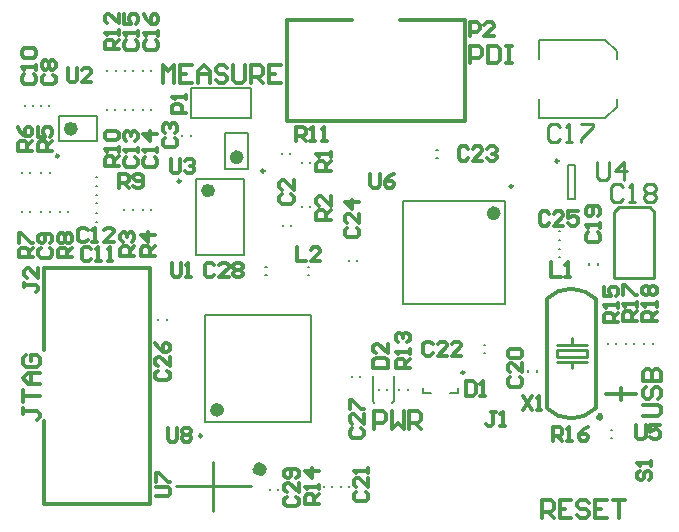
<source format=gto>
%FSLAX25Y25*%
%MOIN*%
G70*
G01*
G75*
G04 Layer_Color=65535*
%ADD10R,0.03543X0.04724*%
%ADD11R,0.07087X0.01063*%
%ADD12R,0.04724X0.03543*%
%ADD13R,0.01693X0.07087*%
%ADD14R,0.04331X0.05906*%
%ADD15R,0.06890X0.05512*%
%ADD16R,0.01969X0.09843*%
%ADD17R,0.07874X0.09843*%
%ADD18R,0.07874X0.11811*%
%ADD19R,0.03150X0.07087*%
%ADD20R,0.06890X0.02165*%
%ADD21R,0.02165X0.06890*%
%ADD22R,0.02165X0.09843*%
%ADD23R,0.09843X0.02165*%
%ADD24R,0.09843X0.06299*%
%ADD25R,0.08268X0.01575*%
%ADD26R,0.08661X0.07874*%
%ADD27R,0.03937X0.02362*%
%ADD28R,0.15748X0.11024*%
%ADD29C,0.01969*%
%ADD30C,0.07874*%
%ADD31C,0.03937*%
%ADD32C,0.01575*%
%ADD33C,0.02953*%
%ADD34C,0.00984*%
%ADD35C,0.03150*%
%ADD36C,0.05906*%
%ADD37C,0.01181*%
%ADD38R,0.05906X0.16339*%
%ADD39R,0.06221X0.09764*%
%ADD40R,0.07677X0.05827*%
%ADD41R,0.07559X0.04646*%
%ADD42R,0.08268X0.06732*%
%ADD43R,0.07323X0.04764*%
%ADD44R,0.08307X0.06654*%
%ADD45R,0.07126X0.03071*%
%ADD46R,0.07126X0.02992*%
%ADD47R,0.07087X0.03543*%
%ADD48R,0.03228X0.07126*%
%ADD49C,0.08032*%
%ADD50R,0.08032X0.08032*%
%ADD51R,0.05906X0.05906*%
%ADD52C,0.05906*%
%ADD53C,0.03543*%
%ADD54C,0.07087*%
%ADD55C,0.02362*%
%ADD56R,0.06299X0.02362*%
%ADD57R,0.09488X0.23622*%
%ADD58R,0.07874X0.08661*%
%ADD59C,0.02362*%
%ADD60C,0.00787*%
%ADD61C,0.01000*%
D31*
X85213Y20205D02*
G03*
X85213Y20205I-394J0D01*
G01*
D34*
X86437Y119646D02*
G03*
X86437Y119646I-492J0D01*
G01*
X17894Y124626D02*
G03*
X17894Y124626I-492J0D01*
G01*
X153091Y52441D02*
G03*
X153091Y52441I-492J0D01*
G01*
X169173Y114469D02*
G03*
X169173Y114469I-492J0D01*
G01*
X65626Y31319D02*
G03*
X65626Y31319I-492J0D01*
G01*
X58524Y116260D02*
G03*
X58524Y116260I-492J0D01*
G01*
X184445Y122913D02*
G03*
X184445Y122913I-492J0D01*
G01*
D37*
X198823Y37642D02*
G03*
X198823Y37642I-707J0D01*
G01*
X196858Y76992D02*
G03*
X180590Y76992I-8134J-8134D01*
G01*
Y40516D02*
G03*
X196858Y40516I8134J8134D01*
G01*
X12913Y8622D02*
X48346D01*
X12913Y87362D02*
X48346D01*
Y8622D02*
Y87362D01*
X12913Y67677D02*
Y87362D01*
Y8622D02*
Y28307D01*
Y59803D02*
Y67677D01*
Y28307D02*
Y36181D01*
X94134Y136417D02*
Y169882D01*
X153189Y136417D02*
Y169882D01*
X94134Y136417D02*
X153189D01*
X131535Y169882D02*
X153189D01*
X94134D02*
X115787D01*
X200323Y45142D02*
X210323D01*
X205323Y43142D02*
Y47142D01*
X196858Y40516D02*
Y76992D01*
X180590Y40516D02*
Y76992D01*
X172480Y44605D02*
X175629Y39882D01*
Y44605D02*
X172480Y39882D01*
X177203D02*
X178778D01*
X177990D01*
Y44605D01*
X177203Y43818D01*
X54252Y34093D02*
Y30157D01*
X55039Y29370D01*
X56613D01*
X57401Y30157D01*
Y34093D01*
X58975Y33306D02*
X59762Y34093D01*
X61336D01*
X62123Y33306D01*
Y32519D01*
X61336Y31732D01*
X62123Y30944D01*
Y30157D01*
X61336Y29370D01*
X59762D01*
X58975Y30157D01*
Y30944D01*
X59762Y31732D01*
X58975Y32519D01*
Y33306D01*
X59762Y31732D02*
X61336D01*
X50395Y11142D02*
X54331D01*
X55118Y11929D01*
Y13503D01*
X54331Y14290D01*
X50395D01*
Y15865D02*
Y19013D01*
X51182D01*
X54331Y15865D01*
X55118D01*
X121811Y118739D02*
Y114803D01*
X122598Y114016D01*
X124172D01*
X124960Y114803D01*
Y118739D01*
X129683D02*
X128108Y117952D01*
X126534Y116377D01*
Y114803D01*
X127321Y114016D01*
X128895D01*
X129683Y114803D01*
Y115590D01*
X128895Y116377D01*
X126534D01*
X210354Y35038D02*
Y31102D01*
X211141Y30315D01*
X212716D01*
X213503Y31102D01*
Y35038D01*
X218226D02*
X215077D01*
Y32676D01*
X216652Y33463D01*
X217439D01*
X218226Y32676D01*
Y31102D01*
X217439Y30315D01*
X215864D01*
X215077Y31102D01*
X55197Y123620D02*
Y119685D01*
X55984Y118898D01*
X57558D01*
X58345Y119685D01*
Y123620D01*
X59920Y122833D02*
X60707Y123620D01*
X62281D01*
X63068Y122833D01*
Y122046D01*
X62281Y121259D01*
X61494D01*
X62281D01*
X63068Y120472D01*
Y119685D01*
X62281Y118898D01*
X60707D01*
X59920Y119685D01*
X20866Y154014D02*
Y150078D01*
X21653Y149291D01*
X23228D01*
X24015Y150078D01*
Y154014D01*
X28738Y149291D02*
X25589D01*
X28738Y152440D01*
Y153227D01*
X27951Y154014D01*
X26376D01*
X25589Y153227D01*
X55590Y89093D02*
Y85157D01*
X56378Y84370D01*
X57952D01*
X58739Y85157D01*
Y89093D01*
X60313Y84370D02*
X61888D01*
X61101D01*
Y89093D01*
X60313Y88306D01*
X211537Y19763D02*
X210750Y18976D01*
Y17401D01*
X211537Y16614D01*
X212324D01*
X213111Y17401D01*
Y18976D01*
X213898Y19763D01*
X214685D01*
X215472Y18976D01*
Y17401D01*
X214685Y16614D01*
X215472Y21337D02*
Y22911D01*
Y22124D01*
X210750D01*
X211537Y21337D01*
X217165Y69606D02*
X212442D01*
Y71968D01*
X213230Y72755D01*
X214804D01*
X215591Y71968D01*
Y69606D01*
Y71181D02*
X217165Y72755D01*
Y74329D02*
Y75903D01*
Y75116D01*
X212442D01*
X213230Y74329D01*
Y78265D02*
X212442Y79052D01*
Y80626D01*
X213230Y81414D01*
X214017D01*
X214804Y80626D01*
X215591Y81414D01*
X216378D01*
X217165Y80626D01*
Y79052D01*
X216378Y78265D01*
X215591D01*
X214804Y79052D01*
X214017Y78265D01*
X213230D01*
X214804Y79052D02*
Y80626D01*
X210630Y69653D02*
X205907D01*
Y72015D01*
X206694Y72802D01*
X208268D01*
X209056Y72015D01*
Y69653D01*
Y71228D02*
X210630Y72802D01*
Y74376D02*
Y75951D01*
Y75164D01*
X205907D01*
X206694Y74376D01*
X205907Y78312D02*
Y81461D01*
X206694D01*
X209843Y78312D01*
X210630D01*
X182598Y29685D02*
Y34408D01*
X184960D01*
X185747Y33621D01*
Y32046D01*
X184960Y31259D01*
X182598D01*
X184173D02*
X185747Y29685D01*
X187321D02*
X188896D01*
X188108D01*
Y34408D01*
X187321Y33621D01*
X194406Y34408D02*
X192831Y33621D01*
X191257Y32046D01*
Y30472D01*
X192044Y29685D01*
X193619D01*
X194406Y30472D01*
Y31259D01*
X193619Y32046D01*
X191257D01*
X204409Y69291D02*
X199687D01*
Y71653D01*
X200474Y72440D01*
X202048D01*
X202835Y71653D01*
Y69291D01*
Y70866D02*
X204409Y72440D01*
Y74014D02*
Y75589D01*
Y74801D01*
X199687D01*
X200474Y74014D01*
X199687Y81099D02*
Y77950D01*
X202048D01*
X201261Y79524D01*
Y80311D01*
X202048Y81099D01*
X203622D01*
X204409Y80311D01*
Y78737D01*
X203622Y77950D01*
X104567Y8740D02*
X99844D01*
Y11102D01*
X100631Y11889D01*
X102206D01*
X102993Y11102D01*
Y8740D01*
Y10314D02*
X104567Y11889D01*
Y13463D02*
Y15037D01*
Y14250D01*
X99844D01*
X100631Y13463D01*
X104567Y19760D02*
X99844D01*
X102206Y17399D01*
Y20547D01*
X134921Y53819D02*
X130198D01*
Y56180D01*
X130985Y56968D01*
X132560D01*
X133347Y56180D01*
Y53819D01*
Y55393D02*
X134921Y56968D01*
Y58542D02*
Y60116D01*
Y59329D01*
X130198D01*
X130985Y58542D01*
Y62477D02*
X130198Y63265D01*
Y64839D01*
X130985Y65626D01*
X131773D01*
X132560Y64839D01*
Y64052D01*
Y64839D01*
X133347Y65626D01*
X134134D01*
X134921Y64839D01*
Y63265D01*
X134134Y62477D01*
X37874Y160197D02*
X33151D01*
Y162558D01*
X33938Y163345D01*
X35513D01*
X36300Y162558D01*
Y160197D01*
Y161771D02*
X37874Y163345D01*
Y164920D02*
Y166494D01*
Y165707D01*
X33151D01*
X33938Y164920D01*
X37874Y172004D02*
Y168856D01*
X34725Y172004D01*
X33938D01*
X33151Y171217D01*
Y169643D01*
X33938Y168856D01*
X97008Y129646D02*
Y134369D01*
X99369D01*
X100156Y133581D01*
Y132007D01*
X99369Y131220D01*
X97008D01*
X98582D02*
X100156Y129646D01*
X101731D02*
X103305D01*
X102518D01*
Y134369D01*
X101731Y133581D01*
X105666Y129646D02*
X107241D01*
X106454D01*
Y134369D01*
X105666Y133581D01*
X37874Y121299D02*
X33151D01*
Y123661D01*
X33938Y124448D01*
X35513D01*
X36300Y123661D01*
Y121299D01*
Y122873D02*
X37874Y124448D01*
Y126022D02*
Y127596D01*
Y126809D01*
X33151D01*
X33938Y126022D01*
Y129958D02*
X33151Y130745D01*
Y132319D01*
X33938Y133106D01*
X37087D01*
X37874Y132319D01*
Y130745D01*
X37087Y129958D01*
X33938D01*
X38032Y113976D02*
Y118699D01*
X40393D01*
X41180Y117912D01*
Y116338D01*
X40393Y115551D01*
X38032D01*
X39606D02*
X41180Y113976D01*
X42754Y114763D02*
X43541Y113976D01*
X45116D01*
X45903Y114763D01*
Y117912D01*
X45116Y118699D01*
X43541D01*
X42754Y117912D01*
Y117125D01*
X43541Y116338D01*
X45903D01*
X22362Y90905D02*
X17639D01*
Y93267D01*
X18426Y94054D01*
X20001D01*
X20788Y93267D01*
Y90905D01*
Y92480D02*
X22362Y94054D01*
X18426Y95628D02*
X17639Y96416D01*
Y97990D01*
X18426Y98777D01*
X19214D01*
X20001Y97990D01*
X20788Y98777D01*
X21575D01*
X22362Y97990D01*
Y96416D01*
X21575Y95628D01*
X20788D01*
X20001Y96416D01*
X19214Y95628D01*
X18426D01*
X20001Y96416D02*
Y97990D01*
X9409Y90905D02*
X4687D01*
Y93267D01*
X5474Y94054D01*
X7048D01*
X7835Y93267D01*
Y90905D01*
Y92480D02*
X9409Y94054D01*
X4687Y95628D02*
Y98777D01*
X5474D01*
X8622Y95628D01*
X9409D01*
X9016Y126417D02*
X4293D01*
Y128779D01*
X5080Y129566D01*
X6654D01*
X7441Y128779D01*
Y126417D01*
Y127992D02*
X9016Y129566D01*
X4293Y134289D02*
X5080Y132714D01*
X6654Y131140D01*
X8229D01*
X9016Y131927D01*
Y133502D01*
X8229Y134289D01*
X7441D01*
X6654Y133502D01*
Y131140D01*
X15669Y126299D02*
X10946D01*
Y128661D01*
X11733Y129448D01*
X13308D01*
X14095Y128661D01*
Y126299D01*
Y127874D02*
X15669Y129448D01*
X10946Y134171D02*
Y131022D01*
X13308D01*
X12521Y132596D01*
Y133384D01*
X13308Y134171D01*
X14882D01*
X15669Y133384D01*
Y131809D01*
X14882Y131022D01*
X49921Y91339D02*
X45198D01*
Y93700D01*
X45985Y94487D01*
X47560D01*
X48347Y93700D01*
Y91339D01*
Y92913D02*
X49921Y94487D01*
Y98423D02*
X45198D01*
X47560Y96061D01*
Y99210D01*
X43110Y91339D02*
X38387D01*
Y93700D01*
X39175Y94487D01*
X40749D01*
X41536Y93700D01*
Y91339D01*
Y92913D02*
X43110Y94487D01*
X39175Y96061D02*
X38387Y96849D01*
Y98423D01*
X39175Y99210D01*
X39962D01*
X40749Y98423D01*
Y97636D01*
Y98423D01*
X41536Y99210D01*
X42323D01*
X43110Y98423D01*
Y96849D01*
X42323Y96061D01*
X155079Y164449D02*
Y169172D01*
X157440D01*
X158227Y168385D01*
Y166810D01*
X157440Y166023D01*
X155079D01*
X162950Y164449D02*
X159802D01*
X162950Y167597D01*
Y168385D01*
X162163Y169172D01*
X160589D01*
X159802Y168385D01*
X60433Y138779D02*
X55710D01*
Y141141D01*
X56497Y141928D01*
X58072D01*
X58859Y141141D01*
Y138779D01*
X60433Y143502D02*
Y145077D01*
Y144290D01*
X55710D01*
X56497Y143502D01*
X97244Y94211D02*
Y89488D01*
X100393D01*
X105116D02*
X101967D01*
X105116Y92637D01*
Y93424D01*
X104328Y94211D01*
X102754D01*
X101967Y93424D01*
X182008Y89132D02*
Y84409D01*
X185157D01*
X186731D02*
X188305D01*
X187518D01*
Y89132D01*
X186731Y88345D01*
X6380Y82440D02*
Y80866D01*
Y81653D01*
X10315D01*
X11102Y80866D01*
Y80079D01*
X10315Y79291D01*
X11102Y87163D02*
Y84014D01*
X7954Y87163D01*
X7167D01*
X6380Y86376D01*
Y84801D01*
X7167Y84014D01*
X163503Y39369D02*
X161929D01*
X162716D01*
Y35433D01*
X161929Y34646D01*
X161142D01*
X160354Y35433D01*
X165077Y34646D02*
X166651D01*
X165864D01*
Y39369D01*
X165077Y38581D01*
X122797Y54094D02*
X127520D01*
Y56456D01*
X126733Y57243D01*
X123584D01*
X122797Y56456D01*
Y54094D01*
X127520Y61966D02*
Y58817D01*
X124371Y61966D01*
X123584D01*
X122797Y61179D01*
Y59605D01*
X123584Y58817D01*
X153701Y49487D02*
Y44764D01*
X156062D01*
X156849Y45551D01*
Y48700D01*
X156062Y49487D01*
X153701D01*
X158424Y44764D02*
X159998D01*
X159211D01*
Y49487D01*
X158424Y48700D01*
X93899Y10983D02*
X93112Y10196D01*
Y8622D01*
X93899Y7835D01*
X97048D01*
X97835Y8622D01*
Y10196D01*
X97048Y10983D01*
X97835Y15706D02*
Y12558D01*
X94686Y15706D01*
X93899D01*
X93112Y14919D01*
Y13345D01*
X93899Y12558D01*
X97048Y17280D02*
X97835Y18067D01*
Y19642D01*
X97048Y20429D01*
X93899D01*
X93112Y19642D01*
Y18067D01*
X93899Y17280D01*
X94686D01*
X95473Y18067D01*
Y20429D01*
X69786Y88129D02*
X68999Y88916D01*
X67425D01*
X66638Y88129D01*
Y84980D01*
X67425Y84193D01*
X68999D01*
X69786Y84980D01*
X74509Y84193D02*
X71361D01*
X74509Y87341D01*
Y88129D01*
X73722Y88916D01*
X72148D01*
X71361Y88129D01*
X76083D02*
X76871Y88916D01*
X78445D01*
X79232Y88129D01*
Y87341D01*
X78445Y86554D01*
X79232Y85767D01*
Y84980D01*
X78445Y84193D01*
X76871D01*
X76083Y84980D01*
Y85767D01*
X76871Y86554D01*
X76083Y87341D01*
Y88129D01*
X76871Y86554D02*
X78445D01*
X115631Y33857D02*
X114844Y33070D01*
Y31496D01*
X115631Y30709D01*
X118780D01*
X119567Y31496D01*
Y33070D01*
X118780Y33857D01*
X119567Y38580D02*
Y35432D01*
X116418Y38580D01*
X115631D01*
X114844Y37793D01*
Y36219D01*
X115631Y35432D01*
X114844Y40154D02*
Y43303D01*
X115631D01*
X118780Y40154D01*
X119567D01*
X50907Y52991D02*
X50120Y52204D01*
Y50630D01*
X50907Y49843D01*
X54055D01*
X54843Y50630D01*
Y52204D01*
X54055Y52991D01*
X54843Y57714D02*
Y54565D01*
X51694Y57714D01*
X50907D01*
X50120Y56927D01*
Y55352D01*
X50907Y54565D01*
X50120Y62437D02*
X50907Y60863D01*
X52481Y59288D01*
X54055D01*
X54843Y60075D01*
Y61650D01*
X54055Y62437D01*
X53268D01*
X52481Y61650D01*
Y59288D01*
X181416Y105353D02*
X180629Y106140D01*
X179055D01*
X178268Y105353D01*
Y102205D01*
X179055Y101417D01*
X180629D01*
X181416Y102205D01*
X186139Y101417D02*
X182991D01*
X186139Y104566D01*
Y105353D01*
X185352Y106140D01*
X183778D01*
X182991Y105353D01*
X190862Y106140D02*
X187714D01*
Y103779D01*
X189288Y104566D01*
X190075D01*
X190862Y103779D01*
Y102205D01*
X190075Y101417D01*
X188501D01*
X187714Y102205D01*
X114135Y100629D02*
X113348Y99842D01*
Y98268D01*
X114135Y97480D01*
X117284D01*
X118071Y98268D01*
Y99842D01*
X117284Y100629D01*
X118071Y105352D02*
Y102203D01*
X114922Y105352D01*
X114135D01*
X113348Y104565D01*
Y102990D01*
X114135Y102203D01*
X118071Y109288D02*
X113348D01*
X115709Y106926D01*
Y110075D01*
X154408Y127007D02*
X153621Y127794D01*
X152047D01*
X151260Y127007D01*
Y123858D01*
X152047Y123071D01*
X153621D01*
X154408Y123858D01*
X159131Y123071D02*
X155983D01*
X159131Y126219D01*
Y127007D01*
X158344Y127794D01*
X156770D01*
X155983Y127007D01*
X160706D02*
X161493Y127794D01*
X163067D01*
X163854Y127007D01*
Y126219D01*
X163067Y125432D01*
X162280D01*
X163067D01*
X163854Y124645D01*
Y123858D01*
X163067Y123071D01*
X161493D01*
X160706Y123858D01*
X142597Y61967D02*
X141810Y62754D01*
X140236D01*
X139449Y61967D01*
Y58819D01*
X140236Y58031D01*
X141810D01*
X142597Y58819D01*
X147320Y58031D02*
X144172D01*
X147320Y61180D01*
Y61967D01*
X146533Y62754D01*
X144959D01*
X144172Y61967D01*
X152043Y58031D02*
X148895D01*
X152043Y61180D01*
Y61967D01*
X151256Y62754D01*
X149682D01*
X148895Y61967D01*
X117127Y12637D02*
X116340Y11850D01*
Y10275D01*
X117127Y9488D01*
X120276D01*
X121063Y10275D01*
Y11850D01*
X120276Y12637D01*
X121063Y17360D02*
Y14211D01*
X117914Y17360D01*
X117127D01*
X116340Y16572D01*
Y14998D01*
X117127Y14211D01*
X121063Y18934D02*
Y20508D01*
Y19721D01*
X116340D01*
X117127Y18934D01*
X168348Y50905D02*
X167561Y50117D01*
Y48543D01*
X168348Y47756D01*
X171496D01*
X172283Y48543D01*
Y50117D01*
X171496Y50905D01*
X172283Y55627D02*
Y52479D01*
X169135Y55627D01*
X168348D01*
X167561Y54840D01*
Y53266D01*
X168348Y52479D01*
Y57202D02*
X167561Y57989D01*
Y59563D01*
X168348Y60350D01*
X171496D01*
X172283Y59563D01*
Y57989D01*
X171496Y57202D01*
X168348D01*
X194450Y99133D02*
X193663Y98346D01*
Y96771D01*
X194450Y95984D01*
X197599D01*
X198386Y96771D01*
Y98346D01*
X197599Y99133D01*
X198386Y100707D02*
Y102281D01*
Y101494D01*
X193663D01*
X194450Y100707D01*
X197599Y104643D02*
X198386Y105430D01*
Y107004D01*
X197599Y107791D01*
X194450D01*
X193663Y107004D01*
Y105430D01*
X194450Y104643D01*
X195237D01*
X196024Y105430D01*
Y107791D01*
X47088Y163188D02*
X46301Y162401D01*
Y160827D01*
X47088Y160039D01*
X50236D01*
X51024Y160827D01*
Y162401D01*
X50236Y163188D01*
X51024Y164762D02*
Y166337D01*
Y165549D01*
X46301D01*
X47088Y164762D01*
X46301Y171847D02*
X47088Y170272D01*
X48662Y168698D01*
X50236D01*
X51024Y169485D01*
Y171059D01*
X50236Y171847D01*
X49449D01*
X48662Y171059D01*
Y168698D01*
X40474Y163188D02*
X39687Y162401D01*
Y160827D01*
X40474Y160039D01*
X43622D01*
X44409Y160827D01*
Y162401D01*
X43622Y163188D01*
X44409Y164762D02*
Y166337D01*
Y165549D01*
X39687D01*
X40474Y164762D01*
X39687Y171847D02*
Y168698D01*
X42048D01*
X41261Y170272D01*
Y171059D01*
X42048Y171847D01*
X43622D01*
X44409Y171059D01*
Y169485D01*
X43622Y168698D01*
X46773Y124212D02*
X45986Y123424D01*
Y121850D01*
X46773Y121063D01*
X49922D01*
X50709Y121850D01*
Y123424D01*
X49922Y124212D01*
X50709Y125786D02*
Y127360D01*
Y126573D01*
X45986D01*
X46773Y125786D01*
X50709Y132083D02*
X45986D01*
X48347Y129722D01*
Y132870D01*
X40316Y124212D02*
X39529Y123424D01*
Y121850D01*
X40316Y121063D01*
X43465D01*
X44252Y121850D01*
Y123424D01*
X43465Y124212D01*
X44252Y125786D02*
Y127360D01*
Y126573D01*
X39529D01*
X40316Y125786D01*
Y129722D02*
X39529Y130509D01*
Y132083D01*
X40316Y132870D01*
X41103D01*
X41890Y132083D01*
Y131296D01*
Y132083D01*
X42678Y132870D01*
X43465D01*
X44252Y132083D01*
Y130509D01*
X43465Y129722D01*
X27558Y99920D02*
X26771Y100707D01*
X25197D01*
X24409Y99920D01*
Y96771D01*
X25197Y95984D01*
X26771D01*
X27558Y96771D01*
X29132Y95984D02*
X30707D01*
X29919D01*
Y100707D01*
X29132Y99920D01*
X36217Y95984D02*
X33068D01*
X36217Y99133D01*
Y99920D01*
X35429Y100707D01*
X33855D01*
X33068Y99920D01*
X28700Y93542D02*
X27913Y94329D01*
X26338D01*
X25551Y93542D01*
Y90393D01*
X26338Y89606D01*
X27913D01*
X28700Y90393D01*
X30274Y89606D02*
X31848D01*
X31061D01*
Y94329D01*
X30274Y93542D01*
X34210Y89606D02*
X35784D01*
X34997D01*
Y94329D01*
X34210Y93542D01*
X6340Y151849D02*
X5553Y151062D01*
Y149488D01*
X6340Y148701D01*
X9488D01*
X10276Y149488D01*
Y151062D01*
X9488Y151849D01*
X10276Y153424D02*
Y154998D01*
Y154211D01*
X5553D01*
X6340Y153424D01*
Y157359D02*
X5553Y158147D01*
Y159721D01*
X6340Y160508D01*
X9488D01*
X10276Y159721D01*
Y158147D01*
X9488Y157359D01*
X6340D01*
X11852Y93897D02*
X11065Y93110D01*
Y91535D01*
X11852Y90748D01*
X15000D01*
X15787Y91535D01*
Y93110D01*
X15000Y93897D01*
Y95471D02*
X15787Y96258D01*
Y97832D01*
X15000Y98620D01*
X11852D01*
X11065Y97832D01*
Y96258D01*
X11852Y95471D01*
X12639D01*
X13426Y96258D01*
Y98620D01*
X12954Y151771D02*
X12167Y150984D01*
Y149409D01*
X12954Y148622D01*
X16103D01*
X16890Y149409D01*
Y150984D01*
X16103Y151771D01*
X12954Y153345D02*
X12167Y154132D01*
Y155706D01*
X12954Y156493D01*
X13741D01*
X14528Y155706D01*
X15315Y156493D01*
X16103D01*
X16890Y155706D01*
Y154132D01*
X16103Y153345D01*
X15315D01*
X14528Y154132D01*
X13741Y153345D01*
X12954D01*
X14528Y154132D02*
Y155706D01*
X53348Y130747D02*
X52561Y129960D01*
Y128386D01*
X53348Y127598D01*
X56496D01*
X57283Y128386D01*
Y129960D01*
X56496Y130747D01*
X53348Y132321D02*
X52561Y133108D01*
Y134683D01*
X53348Y135470D01*
X54135D01*
X54922Y134683D01*
Y133896D01*
Y134683D01*
X55709Y135470D01*
X56496D01*
X57283Y134683D01*
Y133108D01*
X56496Y132321D01*
X92245Y111810D02*
X91458Y111023D01*
Y109449D01*
X92245Y108661D01*
X95394D01*
X96181Y109449D01*
Y111023D01*
X95394Y111810D01*
X96181Y116533D02*
Y113384D01*
X93032Y116533D01*
X92245D01*
X91458Y115746D01*
Y114171D01*
X92245Y113384D01*
X108504Y119646D02*
X103781D01*
Y122007D01*
X104568Y122794D01*
X106142D01*
X106930Y122007D01*
Y119646D01*
Y121220D02*
X108504Y122794D01*
Y124369D02*
Y125943D01*
Y125156D01*
X103781D01*
X104568Y124369D01*
X108504Y103307D02*
X103781D01*
Y105668D01*
X104568Y106456D01*
X106142D01*
X106930Y105668D01*
Y103307D01*
Y104881D02*
X108504Y106456D01*
Y111179D02*
Y108030D01*
X105355Y111179D01*
X104568D01*
X103781Y110391D01*
Y108817D01*
X104568Y108030D01*
X5829Y40629D02*
Y38661D01*
Y39645D01*
X10748D01*
X11732Y38661D01*
Y37677D01*
X10748Y36693D01*
X5829Y42597D02*
Y46532D01*
Y44564D01*
X11732D01*
Y48500D02*
X7797D01*
X5829Y50468D01*
X7797Y52436D01*
X11732D01*
X8781D01*
Y48500D01*
X6813Y58339D02*
X5829Y57355D01*
Y55388D01*
X6813Y54404D01*
X10748D01*
X11732Y55388D01*
Y57355D01*
X10748Y58339D01*
X8781D01*
Y56372D01*
X155079Y155472D02*
Y161376D01*
X158030D01*
X159014Y160392D01*
Y158424D01*
X158030Y157440D01*
X155079D01*
X160982Y161376D02*
Y155472D01*
X163934D01*
X164918Y156456D01*
Y160392D01*
X163934Y161376D01*
X160982D01*
X166886D02*
X168854D01*
X167870D01*
Y155472D01*
X166886D01*
X168854D01*
X52480Y149016D02*
Y154919D01*
X54448Y152952D01*
X56416Y154919D01*
Y149016D01*
X62320Y154919D02*
X58384D01*
Y149016D01*
X62320D01*
X58384Y151968D02*
X60352D01*
X64288Y149016D02*
Y152952D01*
X66255Y154919D01*
X68223Y152952D01*
Y149016D01*
Y151968D01*
X64288D01*
X74127Y153935D02*
X73143Y154919D01*
X71175D01*
X70191Y153935D01*
Y152952D01*
X71175Y151968D01*
X73143D01*
X74127Y150984D01*
Y150000D01*
X73143Y149016D01*
X71175D01*
X70191Y150000D01*
X76095Y154919D02*
Y150000D01*
X77079Y149016D01*
X79046D01*
X80030Y150000D01*
Y154919D01*
X81998Y149016D02*
Y154919D01*
X84950D01*
X85934Y153935D01*
Y151968D01*
X84950Y150984D01*
X81998D01*
X83966D02*
X85934Y149016D01*
X91838Y154919D02*
X87902D01*
Y149016D01*
X91838D01*
X87902Y151968D02*
X89870D01*
X212758Y37835D02*
X217677D01*
X218661Y38819D01*
Y40786D01*
X217677Y41770D01*
X212758D01*
X213742Y47674D02*
X212758Y46690D01*
Y44722D01*
X213742Y43738D01*
X214726D01*
X215710Y44722D01*
Y46690D01*
X216693Y47674D01*
X217677D01*
X218661Y46690D01*
Y44722D01*
X217677Y43738D01*
X212758Y49642D02*
X218661D01*
Y52594D01*
X217677Y53578D01*
X216693D01*
X215710Y52594D01*
Y49642D01*
Y52594D01*
X214726Y53578D01*
X213742D01*
X212758Y52594D01*
Y49642D01*
X122992Y33661D02*
Y39565D01*
X125944D01*
X126928Y38581D01*
Y36613D01*
X125944Y35629D01*
X122992D01*
X128896Y39565D02*
Y33661D01*
X130864Y35629D01*
X132831Y33661D01*
Y39565D01*
X134799Y33661D02*
Y39565D01*
X137751D01*
X138735Y38581D01*
Y36613D01*
X137751Y35629D01*
X134799D01*
X136767D02*
X138735Y33661D01*
X178937Y4095D02*
Y9998D01*
X181889D01*
X182873Y9014D01*
Y7046D01*
X181889Y6062D01*
X178937D01*
X180905D02*
X182873Y4095D01*
X188776Y9998D02*
X184841D01*
Y4095D01*
X188776D01*
X184841Y7046D02*
X186809D01*
X194680Y9014D02*
X193696Y9998D01*
X191728D01*
X190744Y9014D01*
Y8030D01*
X191728Y7046D01*
X193696D01*
X194680Y6062D01*
Y5078D01*
X193696Y4095D01*
X191728D01*
X190744Y5078D01*
X200584Y9998D02*
X196648D01*
Y4095D01*
X200584D01*
X196648Y7046D02*
X198616D01*
X202551Y9998D02*
X206487D01*
X204519D01*
Y4095D01*
D59*
X78366Y124173D02*
G03*
X78366Y124173I-1181J0D01*
G01*
X23110Y133681D02*
G03*
X23110Y133681I-1181J0D01*
G01*
X164055Y105512D02*
G03*
X164055Y105512I-1181J0D01*
G01*
X71827Y39980D02*
G03*
X71827Y39980I-1181J0D01*
G01*
X68858Y113110D02*
G03*
X68858Y113110I-1181J0D01*
G01*
D60*
X62047Y137165D02*
Y147165D01*
X82047D01*
Y137165D02*
Y147165D01*
X62047Y137165D02*
X82047D01*
X95031Y125303D02*
Y125697D01*
X92276Y125303D02*
Y125697D01*
X61843Y131287D02*
Y131681D01*
X59087Y131287D02*
Y131681D01*
X95268Y101366D02*
Y101760D01*
X92512Y101366D02*
Y101760D01*
X73445Y132441D02*
X81122D01*
X73445Y120236D02*
X81122D01*
X73445D02*
Y132441D01*
X81122Y120236D02*
Y132441D01*
X21094Y105776D02*
Y106169D01*
X18339Y105776D02*
Y106169D01*
X14874Y105854D02*
Y106248D01*
X12118Y105854D02*
Y106248D01*
X8378Y105854D02*
Y106248D01*
X5622Y105854D02*
Y106248D01*
X14874Y118846D02*
Y119240D01*
X12118Y118846D02*
Y119240D01*
X8378Y118925D02*
Y119319D01*
X5622Y118925D02*
Y119319D01*
X45992Y139815D02*
Y140209D01*
X48748Y139815D02*
Y140209D01*
X39850Y139815D02*
Y140209D01*
X42606Y139815D02*
Y140209D01*
X45992Y152925D02*
Y153319D01*
X48748Y152925D02*
Y153319D01*
X39850Y152925D02*
Y153319D01*
X42606Y152925D02*
Y153319D01*
X34063Y152847D02*
Y153240D01*
X36819Y152847D02*
Y153240D01*
X33984Y139972D02*
Y140366D01*
X36740Y139972D02*
Y140366D01*
X30264Y102764D02*
X30658D01*
X30264Y105520D02*
X30658D01*
X30264Y108787D02*
X30658D01*
X30264Y111543D02*
X30658D01*
X30224Y114693D02*
X30618D01*
X30224Y117449D02*
X30618D01*
X11976Y141350D02*
Y141744D01*
X14732Y141350D02*
Y141744D01*
X6504Y141350D02*
Y141744D01*
X9260Y141350D02*
Y141744D01*
X30591Y129744D02*
Y137815D01*
X17992Y129744D02*
Y137815D01*
X30591D01*
X17992Y129744D02*
X30591D01*
X45874Y106468D02*
Y106862D01*
X48630Y106468D02*
Y106862D01*
X42512Y106484D02*
Y106878D01*
X39756Y106484D02*
Y106878D01*
X213079Y61941D02*
Y62335D01*
X215835Y61941D02*
Y62335D01*
X206819Y61941D02*
Y62335D01*
X209575Y61941D02*
Y62335D01*
X203732Y61917D02*
Y62311D01*
X200976Y61917D02*
Y62311D01*
X134165Y46602D02*
Y46996D01*
X131409Y46602D02*
Y46996D01*
X127331Y46626D02*
Y47020D01*
X124575Y46626D02*
Y47020D01*
X129484Y42811D02*
Y51311D01*
X128984Y42311D02*
X129484Y42811D01*
X122484D02*
Y51311D01*
Y42811D02*
X122984Y42311D01*
X201823Y33260D02*
X202217D01*
X201823Y30504D02*
X202217D01*
X111898Y14146D02*
Y14539D01*
X114654Y14146D02*
Y14539D01*
X106386Y14303D02*
Y14697D01*
X109142Y14303D02*
Y14697D01*
X151024Y45551D02*
Y47126D01*
X148268Y45551D02*
X151024D01*
X139213D02*
Y47126D01*
Y45551D02*
X141969D01*
X194772Y88398D02*
Y88791D01*
X197528Y88398D02*
Y88791D01*
X174417Y52728D02*
Y53122D01*
X177173Y52728D02*
Y53122D01*
X117236Y89555D02*
Y89949D01*
X114480Y89555D02*
Y89949D01*
X132559Y75197D02*
Y109449D01*
X166811Y75197D02*
Y109449D01*
X132559Y75197D02*
X166811D01*
X132559Y109449D02*
X166811D01*
X184736Y99480D02*
X185130D01*
X184736Y96724D02*
X185130D01*
X184736Y93732D02*
X185130D01*
X184736Y90976D02*
X185130D01*
X143768Y123866D02*
X144161D01*
X143768Y126622D02*
X144161D01*
X159500Y61567D02*
X159894D01*
X159500Y58811D02*
X159894D01*
X66709Y36043D02*
X102142D01*
X66709Y71476D02*
X102142D01*
X66709Y36043D02*
Y71476D01*
X102142Y36043D02*
Y71476D01*
X86783Y87551D02*
X87177D01*
X86783Y84795D02*
X87177D01*
X118299Y51012D02*
Y51406D01*
X115543Y51012D02*
Y51406D01*
X53890Y69791D02*
Y70185D01*
X51134Y69791D02*
Y70185D01*
X91134Y13216D02*
Y13610D01*
X88378Y13216D02*
Y13610D01*
X100917Y87551D02*
X101311D01*
X100917Y84795D02*
X101311D01*
X63740Y91457D02*
X79488D01*
X63740Y117047D02*
X79488D01*
Y91457D02*
Y117047D01*
X63740Y91457D02*
Y117047D01*
X101740Y107492D02*
Y107886D01*
X98984Y107492D02*
Y107886D01*
X99047Y122114D02*
Y122508D01*
X101803Y122114D02*
Y122508D01*
X189858Y110118D02*
Y121535D01*
X187496Y110118D02*
Y121535D01*
Y110118D02*
X189858D01*
X187496Y121535D02*
X189858D01*
X203819Y141063D02*
Y143622D01*
X200079Y137323D02*
X203819Y141063D01*
X200079Y163307D02*
X203819Y159567D01*
Y157008D02*
Y159567D01*
X177835Y137323D02*
X200079D01*
X177835D02*
Y143622D01*
Y157008D02*
Y163307D01*
X200079D01*
D61*
X69425Y6205D02*
Y22705D01*
X56925Y14705D02*
X81925D01*
X216457Y83858D02*
Y106102D01*
X203071Y83858D02*
Y106102D01*
Y83858D02*
X216457D01*
X204646Y107677D02*
X214882D01*
X203071Y106102D02*
X204646Y107677D01*
X214882D02*
X216457Y106102D01*
X188858Y61516D02*
Y64016D01*
Y61516D02*
X193858D01*
X183858D02*
X193858D01*
X183858Y60016D02*
X193858D01*
X183858Y57516D02*
Y60016D01*
Y57516D02*
X193858D01*
Y60016D01*
Y57516D02*
Y60016D01*
X183858Y56016D02*
X193858D01*
X188858Y54016D02*
Y56016D01*
X185022Y134329D02*
X184023Y135329D01*
X182023D01*
X181024Y134329D01*
Y130330D01*
X182023Y129331D01*
X184023D01*
X185022Y130330D01*
X187022Y129331D02*
X189021D01*
X188021D01*
Y135329D01*
X187022Y134329D01*
X192020Y135329D02*
X196019D01*
Y134329D01*
X192020Y130330D01*
Y129331D01*
X206085Y114211D02*
X205086Y115211D01*
X203086D01*
X202087Y114211D01*
Y110212D01*
X203086Y109213D01*
X205086D01*
X206085Y110212D01*
X208085Y109213D02*
X210084D01*
X209084D01*
Y115211D01*
X208085Y114211D01*
X213083D02*
X214083Y115211D01*
X216082D01*
X217082Y114211D01*
Y113211D01*
X216082Y112212D01*
X217082Y111212D01*
Y110212D01*
X216082Y109213D01*
X214083D01*
X213083Y110212D01*
Y111212D01*
X214083Y112212D01*
X213083Y113211D01*
Y114211D01*
X214083Y112212D02*
X216082D01*
X197441Y122730D02*
Y117732D01*
X198441Y116732D01*
X200440D01*
X201440Y117732D01*
Y122730D01*
X206438Y116732D02*
Y122730D01*
X203439Y119731D01*
X207438D01*
M02*

</source>
